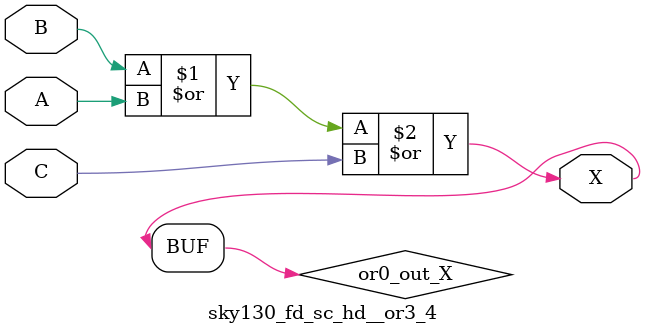
<source format=v>
/*
 * Copyright 2020 The SkyWater PDK Authors
 *
 * Licensed under the Apache License, Version 2.0 (the "License");
 * you may not use this file except in compliance with the License.
 * You may obtain a copy of the License at
 *
 *     https://www.apache.org/licenses/LICENSE-2.0
 *
 * Unless required by applicable law or agreed to in writing, software
 * distributed under the License is distributed on an "AS IS" BASIS,
 * WITHOUT WARRANTIES OR CONDITIONS OF ANY KIND, either express or implied.
 * See the License for the specific language governing permissions and
 * limitations under the License.
 *
 * SPDX-License-Identifier: Apache-2.0
*/


`ifndef SKY130_FD_SC_HD__OR3_4_FUNCTIONAL_V
`define SKY130_FD_SC_HD__OR3_4_FUNCTIONAL_V

/**
 * or3: 3-input OR.
 *
 * Verilog simulation functional model.
 */

`timescale 1ns / 1ps
`default_nettype none

`celldefine
module sky130_fd_sc_hd__or3_4 (
    X,
    A,
    B,
    C
);

    // Module ports
    output X;
    input  A;
    input  B;
    input  C;

    // Local signals
    wire or0_out_X;

    //  Name  Output     Other arguments
    or  or0  (or0_out_X, B, A, C        );
    buf buf0 (X        , or0_out_X      );

endmodule
`endcelldefine

`default_nettype wire
`endif  // SKY130_FD_SC_HD__OR3_4_FUNCTIONAL_V

</source>
